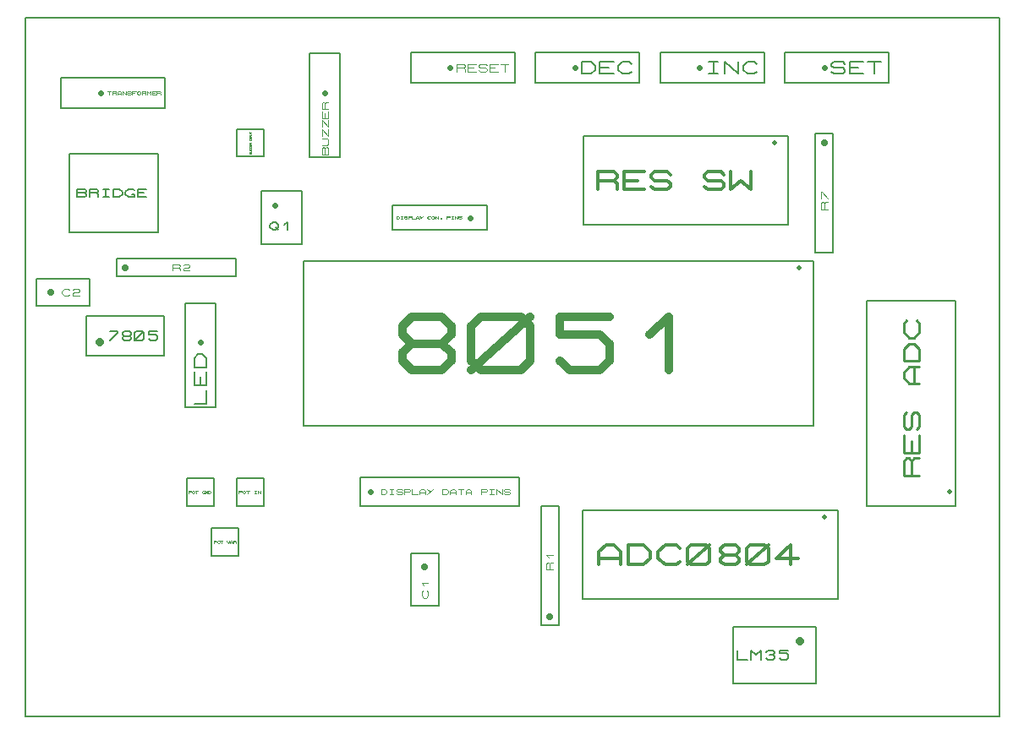
<source format=gbr>
G04 PROTEUS GERBER X2 FILE*
%TF.GenerationSoftware,Labcenter,Proteus,8.12-SP0-Build30713*%
%TF.CreationDate,2021-06-08T09:13:02+00:00*%
%TF.FileFunction,AssemblyDrawing,Top*%
%TF.FilePolarity,Positive*%
%TF.Part,Single*%
%TF.SameCoordinates,{86e273a1-3906-477b-930b-e3e2f8447d5b}*%
%FSLAX45Y45*%
%MOMM*%
G01*
%TA.AperFunction,Material*%
%ADD71C,0.152400*%
%ADD29C,0.609600*%
%ADD72C,0.054950*%
%TA.AperFunction,Profile*%
%ADD19C,0.203200*%
%TA.AperFunction,Material*%
%ADD20C,0.203200*%
%ADD73C,0.134190*%
%ADD30C,0.711200*%
%ADD31C,0.111760*%
%ADD32C,0.812800*%
%ADD33C,0.146050*%
%ADD34C,0.110230*%
%ADD35C,0.201500*%
%ADD70C,0.508000*%
%ADD36C,0.879510*%
%ADD37C,0.127000*%
%ADD38C,0.100750*%
%ADD39C,0.021160*%
%ADD40C,0.328180*%
%ADD41C,0.255610*%
%ADD42C,0.296540*%
%ADD43C,0.120900*%
%ADD44C,0.036280*%
%ADD45C,0.042330*%
%ADD46C,0.149220*%
%ADD47C,0.558800*%
%ADD48C,0.085560*%
%ADD49C,0.043190*%
%TD.AperFunction*%
D71*
X-13643700Y+10152400D02*
X-13643700Y+9847600D01*
X-12602300Y+9847600D01*
X-12602300Y+10152400D01*
X-13643700Y+10152400D01*
X-13643700Y+9847600D01*
X-12602300Y+9847600D01*
X-12602300Y+10152400D01*
X-13643700Y+10152400D01*
D29*
X-13250000Y+10000000D02*
X-13250000Y+10000000D01*
D72*
X-13179130Y+10016486D02*
X-13142035Y+10016486D01*
X-13160583Y+10016486D02*
X-13160583Y+9983513D01*
X-13129670Y+9983513D02*
X-13129670Y+10016486D01*
X-13098758Y+10016486D01*
X-13092575Y+10010991D01*
X-13092575Y+10005495D01*
X-13098758Y+10000000D01*
X-13129670Y+10000000D01*
X-13098758Y+10000000D02*
X-13092575Y+9994504D01*
X-13092575Y+9983513D01*
X-13080210Y+9983513D02*
X-13080210Y+10005495D01*
X-13067845Y+10016486D01*
X-13055480Y+10016486D01*
X-13043115Y+10005495D01*
X-13043115Y+9983513D01*
X-13080210Y+9994504D02*
X-13043115Y+9994504D01*
X-13030750Y+9983513D02*
X-13030750Y+10016486D01*
X-12993655Y+9983513D01*
X-12993655Y+10016486D01*
X-12981290Y+9989008D02*
X-12975108Y+9983513D01*
X-12950378Y+9983513D01*
X-12944195Y+9989008D01*
X-12944195Y+9994504D01*
X-12950378Y+10000000D01*
X-12975108Y+10000000D01*
X-12981290Y+10005495D01*
X-12981290Y+10010991D01*
X-12975108Y+10016486D01*
X-12950378Y+10016486D01*
X-12944195Y+10010991D01*
X-12931830Y+9983513D02*
X-12931830Y+10016486D01*
X-12894735Y+10016486D01*
X-12931830Y+10000000D02*
X-12907100Y+10000000D01*
X-12882370Y+10005495D02*
X-12870005Y+10016486D01*
X-12857640Y+10016486D01*
X-12845275Y+10005495D01*
X-12845275Y+9994504D01*
X-12857640Y+9983513D01*
X-12870005Y+9983513D01*
X-12882370Y+9994504D01*
X-12882370Y+10005495D01*
X-12832910Y+9983513D02*
X-12832910Y+10016486D01*
X-12801998Y+10016486D01*
X-12795815Y+10010991D01*
X-12795815Y+10005495D01*
X-12801998Y+10000000D01*
X-12832910Y+10000000D01*
X-12801998Y+10000000D02*
X-12795815Y+9994504D01*
X-12795815Y+9983513D01*
X-12783450Y+9983513D02*
X-12783450Y+10016486D01*
X-12764903Y+10000000D01*
X-12746355Y+10016486D01*
X-12746355Y+9983513D01*
X-12696895Y+9983513D02*
X-12733990Y+9983513D01*
X-12733990Y+10016486D01*
X-12696895Y+10016486D01*
X-12733990Y+10000000D02*
X-12709260Y+10000000D01*
X-12684530Y+9983513D02*
X-12684530Y+10016486D01*
X-12653618Y+10016486D01*
X-12647435Y+10010991D01*
X-12647435Y+10005495D01*
X-12653618Y+10000000D01*
X-12684530Y+10000000D01*
X-12653618Y+10000000D02*
X-12647435Y+9994504D01*
X-12647435Y+9983513D01*
D19*
X-14000000Y+3750000D02*
X-4250000Y+3750000D01*
X-4250000Y+10750000D01*
X-14000000Y+10750000D01*
X-14000000Y+3750000D01*
D20*
X-13563500Y+8604840D02*
X-12674500Y+8604840D01*
X-12674500Y+9387160D01*
X-13563500Y+9387160D01*
X-13563500Y+8604840D01*
D73*
X-13481328Y+8955741D02*
X-13481328Y+9036258D01*
X-13405843Y+9036258D01*
X-13390746Y+9022839D01*
X-13390746Y+9009419D01*
X-13405843Y+8996000D01*
X-13390746Y+8982580D01*
X-13390746Y+8969160D01*
X-13405843Y+8955741D01*
X-13481328Y+8955741D01*
X-13481328Y+8996000D02*
X-13405843Y+8996000D01*
X-13360552Y+8955741D02*
X-13360552Y+9036258D01*
X-13285067Y+9036258D01*
X-13269970Y+9022839D01*
X-13269970Y+9009419D01*
X-13285067Y+8996000D01*
X-13360552Y+8996000D01*
X-13285067Y+8996000D02*
X-13269970Y+8982580D01*
X-13269970Y+8955741D01*
X-13224679Y+9036258D02*
X-13164291Y+9036258D01*
X-13194485Y+9036258D02*
X-13194485Y+8955741D01*
X-13224679Y+8955741D02*
X-13164291Y+8955741D01*
X-13119000Y+8955741D02*
X-13119000Y+9036258D01*
X-13058612Y+9036258D01*
X-13028418Y+9009419D01*
X-13028418Y+8982580D01*
X-13058612Y+8955741D01*
X-13119000Y+8955741D01*
X-12937836Y+8982580D02*
X-12907642Y+8982580D01*
X-12907642Y+8955741D01*
X-12968030Y+8955741D01*
X-12998224Y+8982580D01*
X-12998224Y+9009419D01*
X-12968030Y+9036258D01*
X-12922739Y+9036258D01*
X-12907642Y+9022839D01*
X-12786866Y+8955741D02*
X-12877448Y+8955741D01*
X-12877448Y+9036258D01*
X-12786866Y+9036258D01*
X-12877448Y+8996000D02*
X-12817060Y+8996000D01*
D20*
X-13887160Y+7862840D02*
X-13358840Y+7862840D01*
X-13358840Y+8137160D01*
X-13887160Y+8137160D01*
X-13887160Y+7862840D01*
D30*
X-13750000Y+8000000D02*
X-13750000Y+8000000D01*
D31*
X-13561786Y+7977648D02*
X-13574359Y+7966472D01*
X-13612078Y+7966472D01*
X-13637224Y+7988824D01*
X-13637224Y+8011176D01*
X-13612078Y+8033528D01*
X-13574359Y+8033528D01*
X-13561786Y+8022352D01*
X-13524067Y+8022352D02*
X-13511494Y+8033528D01*
X-13473775Y+8033528D01*
X-13461202Y+8022352D01*
X-13461202Y+8011176D01*
X-13473775Y+8000000D01*
X-13511494Y+8000000D01*
X-13524067Y+7988824D01*
X-13524067Y+7966472D01*
X-13461202Y+7966472D01*
D20*
X-13391160Y+7362840D02*
X-12608840Y+7362840D01*
X-12608840Y+7764160D01*
X-13391160Y+7764160D01*
X-13391160Y+7362840D01*
D32*
X-13254000Y+7500000D02*
X-13254000Y+7500000D01*
D33*
X-13157560Y+7607315D02*
X-13075407Y+7607315D01*
X-13075407Y+7592710D01*
X-13157560Y+7519685D01*
X-13009684Y+7563500D02*
X-13026115Y+7578105D01*
X-13026115Y+7592710D01*
X-13009684Y+7607315D01*
X-12960392Y+7607315D01*
X-12943962Y+7592710D01*
X-12943962Y+7578105D01*
X-12960392Y+7563500D01*
X-13009684Y+7563500D01*
X-13026115Y+7548895D01*
X-13026115Y+7534290D01*
X-13009684Y+7519685D01*
X-12960392Y+7519685D01*
X-12943962Y+7534290D01*
X-12943962Y+7548895D01*
X-12960392Y+7563500D01*
X-12911100Y+7534290D02*
X-12911100Y+7592710D01*
X-12894670Y+7607315D01*
X-12828947Y+7607315D01*
X-12812517Y+7592710D01*
X-12812517Y+7534290D01*
X-12828947Y+7519685D01*
X-12894670Y+7519685D01*
X-12911100Y+7534290D01*
X-12911100Y+7519685D02*
X-12812517Y+7607315D01*
X-12681072Y+7607315D02*
X-12763225Y+7607315D01*
X-12763225Y+7578105D01*
X-12697502Y+7578105D01*
X-12681072Y+7563500D01*
X-12681072Y+7534290D01*
X-12697502Y+7519685D01*
X-12746794Y+7519685D01*
X-12763225Y+7534290D01*
D20*
X-13088900Y+8161100D02*
X-11895100Y+8161100D01*
X-11895100Y+8338900D01*
X-13088900Y+8338900D01*
X-13088900Y+8161100D01*
D30*
X-13000000Y+8250000D02*
X-13000000Y+8250000D01*
D34*
X-12528982Y+8216929D02*
X-12528982Y+8283070D01*
X-12466975Y+8283070D01*
X-12454573Y+8272047D01*
X-12454573Y+8261023D01*
X-12466975Y+8250000D01*
X-12528982Y+8250000D01*
X-12466975Y+8250000D02*
X-12454573Y+8238976D01*
X-12454573Y+8216929D01*
X-12417369Y+8272047D02*
X-12404967Y+8283070D01*
X-12367763Y+8283070D01*
X-12355361Y+8272047D01*
X-12355361Y+8261023D01*
X-12367763Y+8250000D01*
X-12404967Y+8250000D01*
X-12417369Y+8238976D01*
X-12417369Y+8216929D01*
X-12355361Y+8216929D01*
D71*
X-12097600Y+7893700D02*
X-12402400Y+7893700D01*
X-12402400Y+6852300D01*
X-12097600Y+6852300D01*
X-12097600Y+7893700D01*
X-12402400Y+7893700D01*
X-12402400Y+6852300D01*
X-12097600Y+6852300D01*
X-12097600Y+7893700D01*
D29*
X-12250000Y+7500000D02*
X-12250000Y+7500000D01*
D35*
X-12310451Y+6885068D02*
X-12189548Y+6885068D01*
X-12189548Y+7021084D01*
X-12189548Y+7202439D02*
X-12189548Y+7066423D01*
X-12310451Y+7066423D01*
X-12310451Y+7202439D01*
X-12250000Y+7066423D02*
X-12250000Y+7157100D01*
X-12189548Y+7247778D02*
X-12310451Y+7247778D01*
X-12310451Y+7338455D01*
X-12270150Y+7383794D01*
X-12229849Y+7383794D01*
X-12189548Y+7338455D01*
X-12189548Y+7247778D01*
D20*
X-11213160Y+6662500D02*
X-6112840Y+6662500D01*
X-6112840Y+8313500D01*
X-11213160Y+8313500D01*
X-11213160Y+6662500D01*
D70*
X-6250000Y+8250000D02*
X-6250000Y+8250000D01*
D36*
X-10129519Y+7488000D02*
X-10228465Y+7575952D01*
X-10228465Y+7663903D01*
X-10129519Y+7751855D01*
X-9832682Y+7751855D01*
X-9733737Y+7663903D01*
X-9733737Y+7575952D01*
X-9832682Y+7488000D01*
X-10129519Y+7488000D01*
X-10228465Y+7400048D01*
X-10228465Y+7312097D01*
X-10129519Y+7224145D01*
X-9832682Y+7224145D01*
X-9733737Y+7312097D01*
X-9733737Y+7400048D01*
X-9832682Y+7488000D01*
X-9535845Y+7312097D02*
X-9535845Y+7663903D01*
X-9436900Y+7751855D01*
X-9041117Y+7751855D01*
X-8942172Y+7663903D01*
X-8942172Y+7312097D01*
X-9041117Y+7224145D01*
X-9436900Y+7224145D01*
X-9535845Y+7312097D01*
X-9535845Y+7224145D02*
X-8942172Y+7751855D01*
X-8150607Y+7751855D02*
X-8645335Y+7751855D01*
X-8645335Y+7575952D01*
X-8249552Y+7575952D01*
X-8150607Y+7488000D01*
X-8150607Y+7312097D01*
X-8249552Y+7224145D01*
X-8546389Y+7224145D01*
X-8645335Y+7312097D01*
X-7754824Y+7575952D02*
X-7556933Y+7751855D01*
X-7556933Y+7224145D01*
D20*
X-11637160Y+8485840D02*
X-11235840Y+8485840D01*
X-11235840Y+9014160D01*
X-11637160Y+9014160D01*
X-11637160Y+8485840D01*
D29*
X-11500000Y+8877000D02*
X-11500000Y+8877000D01*
D37*
X-11550800Y+8678880D02*
X-11522225Y+8704280D01*
X-11493650Y+8704280D01*
X-11465075Y+8678880D01*
X-11465075Y+8653480D01*
X-11493650Y+8628080D01*
X-11522225Y+8628080D01*
X-11550800Y+8653480D01*
X-11550800Y+8678880D01*
X-11493650Y+8653480D02*
X-11465075Y+8628080D01*
X-11407925Y+8678880D02*
X-11379350Y+8704280D01*
X-11379350Y+8628080D01*
D71*
X-10847600Y+10393700D02*
X-11152400Y+10393700D01*
X-11152400Y+9352300D01*
X-10847600Y+9352300D01*
X-10847600Y+10393700D01*
X-11152400Y+10393700D01*
X-11152400Y+9352300D01*
X-10847600Y+9352300D01*
X-10847600Y+10393700D01*
D29*
X-11000000Y+10000000D02*
X-11000000Y+10000000D01*
D38*
X-10969774Y+9385069D02*
X-11030226Y+9385069D01*
X-11030226Y+9441742D01*
X-11020151Y+9453076D01*
X-11010075Y+9453076D01*
X-11000000Y+9441742D01*
X-10989925Y+9453076D01*
X-10979849Y+9453076D01*
X-10969774Y+9441742D01*
X-10969774Y+9385069D01*
X-11000000Y+9385069D02*
X-11000000Y+9441742D01*
X-11030226Y+9475746D02*
X-10979849Y+9475746D01*
X-10969774Y+9487080D01*
X-10969774Y+9532419D01*
X-10979849Y+9543753D01*
X-11030226Y+9543753D01*
X-11030226Y+9566423D02*
X-11030226Y+9634430D01*
X-10969774Y+9566423D01*
X-10969774Y+9634430D01*
X-11030226Y+9657100D02*
X-11030226Y+9725107D01*
X-10969774Y+9657100D01*
X-10969774Y+9725107D01*
X-10969774Y+9815784D02*
X-10969774Y+9747777D01*
X-11030226Y+9747777D01*
X-11030226Y+9815784D01*
X-11000000Y+9747777D02*
X-11000000Y+9793115D01*
X-10969774Y+9838454D02*
X-11030226Y+9838454D01*
X-11030226Y+9895127D01*
X-11020151Y+9906461D01*
X-11010075Y+9906461D01*
X-11000000Y+9895127D01*
X-11000000Y+9838454D01*
X-11000000Y+9895127D02*
X-10989925Y+9906461D01*
X-10969774Y+9906461D01*
D20*
X-11887160Y+9362840D02*
X-11612840Y+9362840D01*
X-11612840Y+9637160D01*
X-11887160Y+9637160D01*
X-11887160Y+9362840D01*
D39*
X-11743650Y+9385706D02*
X-11756349Y+9385706D01*
X-11756349Y+9397611D01*
X-11754233Y+9399992D01*
X-11752116Y+9399992D01*
X-11750000Y+9397611D01*
X-11747883Y+9399992D01*
X-11745766Y+9399992D01*
X-11743650Y+9397611D01*
X-11743650Y+9385706D01*
X-11750000Y+9385706D02*
X-11750000Y+9397611D01*
X-11756349Y+9404755D02*
X-11745766Y+9404755D01*
X-11743650Y+9407136D01*
X-11743650Y+9416660D01*
X-11745766Y+9419041D01*
X-11756349Y+9419041D01*
X-11756349Y+9423804D02*
X-11756349Y+9438090D01*
X-11743650Y+9423804D01*
X-11743650Y+9438090D01*
X-11756349Y+9442853D02*
X-11756349Y+9457139D01*
X-11743650Y+9442853D01*
X-11743650Y+9457139D01*
X-11743650Y+9476188D02*
X-11743650Y+9461902D01*
X-11756349Y+9461902D01*
X-11756349Y+9476188D01*
X-11750000Y+9461902D02*
X-11750000Y+9471426D01*
X-11743650Y+9480951D02*
X-11756349Y+9480951D01*
X-11756349Y+9492856D01*
X-11754233Y+9495237D01*
X-11752116Y+9495237D01*
X-11750000Y+9492856D01*
X-11750000Y+9480951D01*
X-11750000Y+9492856D02*
X-11747883Y+9495237D01*
X-11743650Y+9495237D01*
X-11756349Y+9521430D02*
X-11756349Y+9530954D01*
X-11756349Y+9526192D02*
X-11743650Y+9526192D01*
X-11743650Y+9521430D02*
X-11743650Y+9530954D01*
X-11743650Y+9538098D02*
X-11756349Y+9538098D01*
X-11743650Y+9552384D01*
X-11756349Y+9552384D01*
X-11743650Y+9557147D02*
X-11756349Y+9557147D01*
X-11756349Y+9569052D01*
X-11754233Y+9571433D01*
X-11752116Y+9571433D01*
X-11750000Y+9569052D01*
X-11750000Y+9557147D01*
X-11756349Y+9576196D02*
X-11745766Y+9576196D01*
X-11743650Y+9578577D01*
X-11743650Y+9588101D01*
X-11745766Y+9590482D01*
X-11756349Y+9590482D01*
X-11756349Y+9595245D02*
X-11756349Y+9609531D01*
X-11756349Y+9602388D02*
X-11743650Y+9602388D01*
D20*
X-8423160Y+4924500D02*
X-5862840Y+4924500D01*
X-5862840Y+5813500D01*
X-8423160Y+5813500D01*
X-8423160Y+4924500D01*
D70*
X-6000000Y+5750000D02*
X-6000000Y+5750000D01*
D40*
X-8258057Y+5270544D02*
X-8258057Y+5401818D01*
X-8184216Y+5467455D01*
X-8110375Y+5467455D01*
X-8036534Y+5401818D01*
X-8036534Y+5270544D01*
X-8258057Y+5336181D02*
X-8036534Y+5336181D01*
X-7962692Y+5270544D02*
X-7962692Y+5467455D01*
X-7815010Y+5467455D01*
X-7741169Y+5401818D01*
X-7741169Y+5336181D01*
X-7815010Y+5270544D01*
X-7962692Y+5270544D01*
X-7445804Y+5303363D02*
X-7482724Y+5270544D01*
X-7593486Y+5270544D01*
X-7667327Y+5336181D01*
X-7667327Y+5401818D01*
X-7593486Y+5467455D01*
X-7482724Y+5467455D01*
X-7445804Y+5434636D01*
X-7371962Y+5303363D02*
X-7371962Y+5434636D01*
X-7335042Y+5467455D01*
X-7187359Y+5467455D01*
X-7150439Y+5434636D01*
X-7150439Y+5303363D01*
X-7187359Y+5270544D01*
X-7335042Y+5270544D01*
X-7371962Y+5303363D01*
X-7371962Y+5270544D02*
X-7150439Y+5467455D01*
X-7002756Y+5369000D02*
X-7039677Y+5401818D01*
X-7039677Y+5434636D01*
X-7002756Y+5467455D01*
X-6891994Y+5467455D01*
X-6855074Y+5434636D01*
X-6855074Y+5401818D01*
X-6891994Y+5369000D01*
X-7002756Y+5369000D01*
X-7039677Y+5336181D01*
X-7039677Y+5303363D01*
X-7002756Y+5270544D01*
X-6891994Y+5270544D01*
X-6855074Y+5303363D01*
X-6855074Y+5336181D01*
X-6891994Y+5369000D01*
X-6781232Y+5303363D02*
X-6781232Y+5434636D01*
X-6744312Y+5467455D01*
X-6596629Y+5467455D01*
X-6559709Y+5434636D01*
X-6559709Y+5303363D01*
X-6596629Y+5270544D01*
X-6744312Y+5270544D01*
X-6781232Y+5303363D01*
X-6781232Y+5270544D02*
X-6559709Y+5467455D01*
X-6264344Y+5336181D02*
X-6485867Y+5336181D01*
X-6338185Y+5467455D01*
X-6338185Y+5270544D01*
D20*
X-5575500Y+5862840D02*
X-4686500Y+5862840D01*
X-4686500Y+7915160D01*
X-5575500Y+7915160D01*
X-5575500Y+5862840D01*
D70*
X-4750000Y+6000000D02*
X-4750000Y+6000000D01*
D41*
X-5054316Y+6165105D02*
X-5207683Y+6165105D01*
X-5207683Y+6308886D01*
X-5182122Y+6337642D01*
X-5156561Y+6337642D01*
X-5131000Y+6308886D01*
X-5131000Y+6165105D01*
X-5131000Y+6308886D02*
X-5105438Y+6337642D01*
X-5054316Y+6337642D01*
X-5054316Y+6567692D02*
X-5054316Y+6395155D01*
X-5207683Y+6395155D01*
X-5207683Y+6567692D01*
X-5131000Y+6395155D02*
X-5131000Y+6510180D01*
X-5079877Y+6625205D02*
X-5054316Y+6653961D01*
X-5054316Y+6768986D01*
X-5079877Y+6797742D01*
X-5105438Y+6797742D01*
X-5131000Y+6768986D01*
X-5131000Y+6653961D01*
X-5156561Y+6625205D01*
X-5182122Y+6625205D01*
X-5207683Y+6653961D01*
X-5207683Y+6768986D01*
X-5182122Y+6797742D01*
X-5054316Y+7085305D02*
X-5156561Y+7085305D01*
X-5207683Y+7142817D01*
X-5207683Y+7200330D01*
X-5156561Y+7257842D01*
X-5054316Y+7257842D01*
X-5105438Y+7085305D02*
X-5105438Y+7257842D01*
X-5054316Y+7315355D02*
X-5207683Y+7315355D01*
X-5207683Y+7430380D01*
X-5156561Y+7487892D01*
X-5105438Y+7487892D01*
X-5054316Y+7430380D01*
X-5054316Y+7315355D01*
X-5079877Y+7717942D02*
X-5054316Y+7689186D01*
X-5054316Y+7602917D01*
X-5105438Y+7545405D01*
X-5156561Y+7545405D01*
X-5207683Y+7602917D01*
X-5207683Y+7689186D01*
X-5182122Y+7717942D01*
D20*
X-8415160Y+8674500D02*
X-6362840Y+8674500D01*
X-6362840Y+9563500D01*
X-8415160Y+9563500D01*
X-8415160Y+8674500D01*
D70*
X-6500000Y+9500000D02*
X-6500000Y+9500000D01*
D42*
X-8270950Y+9030037D02*
X-8270950Y+9207964D01*
X-8104144Y+9207964D01*
X-8070783Y+9178309D01*
X-8070783Y+9148655D01*
X-8104144Y+9119000D01*
X-8270950Y+9119000D01*
X-8104144Y+9119000D02*
X-8070783Y+9089346D01*
X-8070783Y+9030037D01*
X-7803893Y+9030037D02*
X-8004060Y+9030037D01*
X-8004060Y+9207964D01*
X-7803893Y+9207964D01*
X-8004060Y+9119000D02*
X-7870615Y+9119000D01*
X-7737170Y+9059691D02*
X-7703809Y+9030037D01*
X-7570364Y+9030037D01*
X-7537003Y+9059691D01*
X-7537003Y+9089346D01*
X-7570364Y+9119000D01*
X-7703809Y+9119000D01*
X-7737170Y+9148655D01*
X-7737170Y+9178309D01*
X-7703809Y+9207964D01*
X-7570364Y+9207964D01*
X-7537003Y+9178309D01*
X-7203390Y+9059691D02*
X-7170029Y+9030037D01*
X-7036584Y+9030037D01*
X-7003223Y+9059691D01*
X-7003223Y+9089346D01*
X-7036584Y+9119000D01*
X-7170029Y+9119000D01*
X-7203390Y+9148655D01*
X-7203390Y+9178309D01*
X-7170029Y+9207964D01*
X-7036584Y+9207964D01*
X-7003223Y+9178309D01*
X-6936500Y+9207964D02*
X-6936500Y+9030037D01*
X-6836417Y+9119000D01*
X-6736333Y+9030037D01*
X-6736333Y+9207964D01*
D71*
X-6393700Y+10402400D02*
X-6393700Y+10097600D01*
X-5352300Y+10097600D01*
X-5352300Y+10402400D01*
X-6393700Y+10402400D01*
X-6393700Y+10097600D01*
X-5352300Y+10097600D01*
X-5352300Y+10402400D01*
X-6393700Y+10402400D01*
D29*
X-6000000Y+10250000D02*
X-6000000Y+10250000D01*
D35*
X-5929132Y+10209698D02*
X-5906463Y+10189548D01*
X-5815786Y+10189548D01*
X-5793116Y+10209698D01*
X-5793116Y+10229849D01*
X-5815786Y+10250000D01*
X-5906463Y+10250000D01*
X-5929132Y+10270150D01*
X-5929132Y+10290301D01*
X-5906463Y+10310451D01*
X-5815786Y+10310451D01*
X-5793116Y+10290301D01*
X-5611761Y+10189548D02*
X-5747777Y+10189548D01*
X-5747777Y+10310451D01*
X-5611761Y+10310451D01*
X-5747777Y+10250000D02*
X-5657100Y+10250000D01*
X-5566422Y+10310451D02*
X-5430406Y+10310451D01*
X-5498414Y+10310451D02*
X-5498414Y+10189548D01*
D71*
X-7643700Y+10402400D02*
X-7643700Y+10097600D01*
X-6602300Y+10097600D01*
X-6602300Y+10402400D01*
X-7643700Y+10402400D01*
X-7643700Y+10097600D01*
X-6602300Y+10097600D01*
X-6602300Y+10402400D01*
X-7643700Y+10402400D01*
D29*
X-7250000Y+10250000D02*
X-7250000Y+10250000D01*
D35*
X-7156463Y+10310451D02*
X-7065786Y+10310451D01*
X-7111124Y+10310451D02*
X-7111124Y+10189548D01*
X-7156463Y+10189548D02*
X-7065786Y+10189548D01*
X-6997777Y+10189548D02*
X-6997777Y+10310451D01*
X-6861761Y+10189548D01*
X-6861761Y+10310451D01*
X-6680406Y+10209698D02*
X-6703076Y+10189548D01*
X-6771084Y+10189548D01*
X-6816422Y+10229849D01*
X-6816422Y+10270150D01*
X-6771084Y+10310451D01*
X-6703076Y+10310451D01*
X-6680406Y+10290301D01*
D71*
X-8893700Y+10402400D02*
X-8893700Y+10097600D01*
X-7852300Y+10097600D01*
X-7852300Y+10402400D01*
X-8893700Y+10402400D01*
X-8893700Y+10097600D01*
X-7852300Y+10097600D01*
X-7852300Y+10402400D01*
X-8893700Y+10402400D01*
D29*
X-8500000Y+10250000D02*
X-8500000Y+10250000D01*
D35*
X-8429132Y+10189548D02*
X-8429132Y+10310451D01*
X-8338455Y+10310451D01*
X-8293116Y+10270150D01*
X-8293116Y+10229849D01*
X-8338455Y+10189548D01*
X-8429132Y+10189548D01*
X-8111761Y+10189548D02*
X-8247777Y+10189548D01*
X-8247777Y+10310451D01*
X-8111761Y+10310451D01*
X-8247777Y+10250000D02*
X-8157100Y+10250000D01*
X-7930406Y+10209698D02*
X-7953076Y+10189548D01*
X-8021084Y+10189548D01*
X-8066422Y+10229849D01*
X-8066422Y+10270150D01*
X-8021084Y+10310451D01*
X-7953076Y+10310451D01*
X-7930406Y+10290301D01*
D71*
X-10143700Y+10402400D02*
X-10143700Y+10097600D01*
X-9102300Y+10097600D01*
X-9102300Y+10402400D01*
X-10143700Y+10402400D01*
X-10143700Y+10097600D01*
X-9102300Y+10097600D01*
X-9102300Y+10402400D01*
X-10143700Y+10402400D01*
D29*
X-9750000Y+10250000D02*
X-9750000Y+10250000D01*
D43*
X-9679132Y+10213728D02*
X-9679132Y+10286271D01*
X-9611124Y+10286271D01*
X-9597523Y+10274180D01*
X-9597523Y+10262090D01*
X-9611124Y+10250000D01*
X-9679132Y+10250000D01*
X-9611124Y+10250000D02*
X-9597523Y+10237909D01*
X-9597523Y+10213728D01*
X-9488710Y+10213728D02*
X-9570319Y+10213728D01*
X-9570319Y+10286271D01*
X-9488710Y+10286271D01*
X-9570319Y+10250000D02*
X-9515913Y+10250000D01*
X-9461506Y+10225819D02*
X-9447905Y+10213728D01*
X-9393498Y+10213728D01*
X-9379897Y+10225819D01*
X-9379897Y+10237909D01*
X-9393498Y+10250000D01*
X-9447905Y+10250000D01*
X-9461506Y+10262090D01*
X-9461506Y+10274180D01*
X-9447905Y+10286271D01*
X-9393498Y+10286271D01*
X-9379897Y+10274180D01*
X-9271084Y+10213728D02*
X-9352693Y+10213728D01*
X-9352693Y+10286271D01*
X-9271084Y+10286271D01*
X-9352693Y+10250000D02*
X-9298287Y+10250000D01*
X-9243880Y+10286271D02*
X-9162271Y+10286271D01*
X-9203076Y+10286271D02*
X-9203076Y+10213728D01*
D20*
X-8838900Y+4661100D02*
X-8661100Y+4661100D01*
X-8661100Y+5854900D01*
X-8838900Y+5854900D01*
X-8838900Y+4661100D01*
D30*
X-8750000Y+4750000D02*
X-8750000Y+4750000D01*
D34*
X-8716929Y+5221018D02*
X-8783070Y+5221018D01*
X-8783070Y+5283025D01*
X-8772047Y+5295427D01*
X-8761023Y+5295427D01*
X-8750000Y+5283025D01*
X-8750000Y+5221018D01*
X-8750000Y+5283025D02*
X-8738976Y+5295427D01*
X-8716929Y+5295427D01*
X-8761023Y+5345033D02*
X-8783070Y+5369836D01*
X-8716929Y+5369836D01*
D20*
X-10137160Y+4858840D02*
X-9862840Y+4858840D01*
X-9862840Y+5387160D01*
X-10137160Y+5387160D01*
X-10137160Y+4858840D01*
D30*
X-10000000Y+5250000D02*
X-10000000Y+5250000D01*
D31*
X-9977648Y+5011494D02*
X-9966472Y+4998921D01*
X-9966472Y+4961202D01*
X-9988824Y+4936056D01*
X-10011176Y+4936056D01*
X-10033528Y+4961202D01*
X-10033528Y+4998921D01*
X-10022352Y+5011494D01*
X-10011176Y+5061786D02*
X-10033528Y+5086932D01*
X-9966472Y+5086932D01*
D20*
X-12387160Y+5862840D02*
X-12112840Y+5862840D01*
X-12112840Y+6137160D01*
X-12387160Y+6137160D01*
X-12387160Y+5862840D01*
D44*
X-12364296Y+5989115D02*
X-12364296Y+6010886D01*
X-12343886Y+6010886D01*
X-12339804Y+6007257D01*
X-12339804Y+6003629D01*
X-12343886Y+6000000D01*
X-12364296Y+6000000D01*
X-12331640Y+6003629D02*
X-12323476Y+6010886D01*
X-12315312Y+6010886D01*
X-12307148Y+6003629D01*
X-12307148Y+5996372D01*
X-12315312Y+5989115D01*
X-12323476Y+5989115D01*
X-12331640Y+5996372D01*
X-12331640Y+6003629D01*
X-12298984Y+6010886D02*
X-12274492Y+6010886D01*
X-12286738Y+6010886D02*
X-12286738Y+5989115D01*
X-12217344Y+5996372D02*
X-12209180Y+5996372D01*
X-12209180Y+5989115D01*
X-12225508Y+5989115D01*
X-12233672Y+5996372D01*
X-12233672Y+6003629D01*
X-12225508Y+6010886D01*
X-12213262Y+6010886D01*
X-12209180Y+6007257D01*
X-12201016Y+5989115D02*
X-12201016Y+6010886D01*
X-12176524Y+5989115D01*
X-12176524Y+6010886D01*
X-12168360Y+5989115D02*
X-12168360Y+6010886D01*
X-12152032Y+6010886D01*
X-12143868Y+6003629D01*
X-12143868Y+5996372D01*
X-12152032Y+5989115D01*
X-12168360Y+5989115D01*
D20*
X-12137160Y+5362840D02*
X-11862840Y+5362840D01*
X-11862840Y+5637160D01*
X-12137160Y+5637160D01*
X-12137160Y+5362840D01*
D44*
X-12114296Y+5489115D02*
X-12114296Y+5510886D01*
X-12093886Y+5510886D01*
X-12089804Y+5507257D01*
X-12089804Y+5503629D01*
X-12093886Y+5500000D01*
X-12114296Y+5500000D01*
X-12081640Y+5503629D02*
X-12073476Y+5510886D01*
X-12065312Y+5510886D01*
X-12057148Y+5503629D01*
X-12057148Y+5496372D01*
X-12065312Y+5489115D01*
X-12073476Y+5489115D01*
X-12081640Y+5496372D01*
X-12081640Y+5503629D01*
X-12048984Y+5510886D02*
X-12024492Y+5510886D01*
X-12036738Y+5510886D02*
X-12036738Y+5489115D01*
X-11983672Y+5510886D02*
X-11983672Y+5500000D01*
X-11971426Y+5489115D01*
X-11959180Y+5500000D01*
X-11959180Y+5510886D01*
X-11951016Y+5489115D02*
X-11951016Y+5503629D01*
X-11942852Y+5510886D01*
X-11934688Y+5510886D01*
X-11926524Y+5503629D01*
X-11926524Y+5489115D01*
X-11951016Y+5496372D02*
X-11926524Y+5496372D01*
X-11918360Y+5489115D02*
X-11918360Y+5510886D01*
X-11897950Y+5510886D01*
X-11893868Y+5507257D01*
X-11893868Y+5503629D01*
X-11897950Y+5500000D01*
X-11918360Y+5500000D01*
X-11897950Y+5500000D02*
X-11893868Y+5496372D01*
X-11893868Y+5489115D01*
D20*
X-11887160Y+5862840D02*
X-11612840Y+5862840D01*
X-11612840Y+6137160D01*
X-11887160Y+6137160D01*
X-11887160Y+5862840D01*
D45*
X-11864297Y+5987300D02*
X-11864297Y+6012700D01*
X-11840486Y+6012700D01*
X-11835723Y+6008467D01*
X-11835723Y+6004233D01*
X-11840486Y+6000000D01*
X-11864297Y+6000000D01*
X-11826198Y+6004233D02*
X-11816674Y+6012700D01*
X-11807149Y+6012700D01*
X-11797624Y+6004233D01*
X-11797624Y+5995767D01*
X-11807149Y+5987300D01*
X-11816674Y+5987300D01*
X-11826198Y+5995767D01*
X-11826198Y+6004233D01*
X-11788099Y+6012700D02*
X-11759525Y+6012700D01*
X-11773812Y+6012700D02*
X-11773812Y+5987300D01*
X-11707139Y+6012700D02*
X-11688090Y+6012700D01*
X-11697614Y+6012700D02*
X-11697614Y+5987300D01*
X-11707139Y+5987300D02*
X-11688090Y+5987300D01*
X-11673802Y+5987300D02*
X-11673802Y+6012700D01*
X-11645228Y+5987300D01*
X-11645228Y+6012700D01*
D20*
X-6088900Y+8395100D02*
X-5911100Y+8395100D01*
X-5911100Y+9588900D01*
X-6088900Y+9588900D01*
X-6088900Y+8395100D01*
D30*
X-6000000Y+9500000D02*
X-6000000Y+9500000D01*
D34*
X-5966929Y+8830558D02*
X-6033070Y+8830558D01*
X-6033070Y+8892565D01*
X-6022047Y+8904967D01*
X-6011023Y+8904967D01*
X-6000000Y+8892565D01*
X-6000000Y+8830558D01*
X-6000000Y+8892565D02*
X-5988976Y+8904967D01*
X-5966929Y+8904967D01*
X-6033070Y+8942171D02*
X-6033070Y+9004179D01*
X-6022047Y+9004179D01*
X-5966929Y+8942171D01*
D20*
X-6916560Y+4083440D02*
X-6083440Y+4083440D01*
X-6083440Y+4649860D01*
X-6916560Y+4649860D01*
X-6916560Y+4083440D01*
D32*
X-6246000Y+4500000D02*
X-6246000Y+4500000D01*
D46*
X-6870204Y+4411418D02*
X-6870204Y+4321883D01*
X-6769478Y+4321883D01*
X-6735902Y+4321883D02*
X-6735902Y+4411418D01*
X-6685539Y+4366650D01*
X-6635176Y+4411418D01*
X-6635176Y+4321883D01*
X-6584813Y+4396495D02*
X-6568025Y+4411418D01*
X-6517662Y+4411418D01*
X-6500874Y+4396495D01*
X-6500874Y+4381573D01*
X-6517662Y+4366650D01*
X-6500874Y+4351728D01*
X-6500874Y+4336805D01*
X-6517662Y+4321883D01*
X-6568025Y+4321883D01*
X-6584813Y+4336805D01*
X-6551237Y+4366650D02*
X-6517662Y+4366650D01*
X-6366572Y+4411418D02*
X-6450511Y+4411418D01*
X-6450511Y+4381573D01*
X-6383360Y+4381573D01*
X-6366572Y+4366650D01*
X-6366572Y+4336805D01*
X-6383360Y+4321883D01*
X-6433723Y+4321883D01*
X-6450511Y+4336805D01*
D71*
X-9054750Y+5855220D02*
X-9054750Y+6144780D01*
X-10645250Y+6144780D01*
X-10645250Y+5855220D01*
X-9054750Y+5855220D01*
X-9054750Y+6144780D01*
X-10645250Y+6144780D01*
X-10645250Y+5855220D01*
X-9054750Y+5855220D01*
D47*
X-10550000Y+6000000D02*
X-10550000Y+6000000D01*
D48*
X-10439163Y+5974331D02*
X-10439163Y+6025670D01*
X-10400659Y+6025670D01*
X-10381407Y+6008557D01*
X-10381407Y+5991444D01*
X-10400659Y+5974331D01*
X-10439163Y+5974331D01*
X-10352529Y+6025670D02*
X-10314025Y+6025670D01*
X-10333277Y+6025670D02*
X-10333277Y+5974331D01*
X-10352529Y+5974331D02*
X-10314025Y+5974331D01*
X-10285147Y+5982887D02*
X-10275521Y+5974331D01*
X-10237017Y+5974331D01*
X-10227391Y+5982887D01*
X-10227391Y+5991444D01*
X-10237017Y+6000000D01*
X-10275521Y+6000000D01*
X-10285147Y+6008557D01*
X-10285147Y+6017113D01*
X-10275521Y+6025670D01*
X-10237017Y+6025670D01*
X-10227391Y+6017113D01*
X-10208139Y+5974331D02*
X-10208139Y+6025670D01*
X-10160009Y+6025670D01*
X-10150383Y+6017113D01*
X-10150383Y+6008557D01*
X-10160009Y+6000000D01*
X-10208139Y+6000000D01*
X-10131131Y+6025670D02*
X-10131131Y+5974331D01*
X-10073375Y+5974331D01*
X-10054123Y+5974331D02*
X-10054123Y+6008557D01*
X-10034871Y+6025670D01*
X-10015619Y+6025670D01*
X-9996367Y+6008557D01*
X-9996367Y+5974331D01*
X-10054123Y+5991444D02*
X-9996367Y+5991444D01*
X-9919359Y+6025670D02*
X-9977115Y+5974331D01*
X-9977115Y+6025670D02*
X-9948237Y+6000000D01*
X-9823099Y+5974331D02*
X-9823099Y+6025670D01*
X-9784595Y+6025670D01*
X-9765343Y+6008557D01*
X-9765343Y+5991444D01*
X-9784595Y+5974331D01*
X-9823099Y+5974331D01*
X-9746091Y+5974331D02*
X-9746091Y+6008557D01*
X-9726839Y+6025670D01*
X-9707587Y+6025670D01*
X-9688335Y+6008557D01*
X-9688335Y+5974331D01*
X-9746091Y+5991444D02*
X-9688335Y+5991444D01*
X-9669083Y+6025670D02*
X-9611327Y+6025670D01*
X-9640205Y+6025670D02*
X-9640205Y+5974331D01*
X-9592075Y+5974331D02*
X-9592075Y+6008557D01*
X-9572823Y+6025670D01*
X-9553571Y+6025670D01*
X-9534319Y+6008557D01*
X-9534319Y+5974331D01*
X-9592075Y+5991444D02*
X-9534319Y+5991444D01*
X-9438059Y+5974331D02*
X-9438059Y+6025670D01*
X-9389929Y+6025670D01*
X-9380303Y+6017113D01*
X-9380303Y+6008557D01*
X-9389929Y+6000000D01*
X-9438059Y+6000000D01*
X-9351425Y+6025670D02*
X-9312921Y+6025670D01*
X-9332173Y+6025670D02*
X-9332173Y+5974331D01*
X-9351425Y+5974331D02*
X-9312921Y+5974331D01*
X-9284043Y+5974331D02*
X-9284043Y+6025670D01*
X-9226287Y+5974331D01*
X-9226287Y+6025670D01*
X-9207035Y+5982887D02*
X-9197409Y+5974331D01*
X-9158905Y+5974331D01*
X-9149279Y+5982887D01*
X-9149279Y+5991444D01*
X-9158905Y+6000000D01*
X-9197409Y+6000000D01*
X-9207035Y+6008557D01*
X-9207035Y+6017113D01*
X-9197409Y+6025670D01*
X-9158905Y+6025670D01*
X-9149279Y+6017113D01*
D71*
X-9375020Y+8624600D02*
X-9375020Y+8876060D01*
X-10324980Y+8876060D01*
X-10324980Y+8624600D01*
X-9375020Y+8624600D01*
X-9375020Y+8876060D01*
X-10324980Y+8876060D01*
X-10324980Y+8624600D01*
X-9375020Y+8624600D01*
D47*
X-9550000Y+8750000D02*
X-9550000Y+8750000D01*
D49*
X-10285716Y+8737371D02*
X-10285716Y+8763288D01*
X-10266278Y+8763288D01*
X-10256559Y+8754649D01*
X-10256559Y+8746010D01*
X-10266278Y+8737371D01*
X-10285716Y+8737371D01*
X-10241981Y+8763288D02*
X-10222543Y+8763288D01*
X-10232262Y+8763288D02*
X-10232262Y+8737371D01*
X-10241981Y+8737371D02*
X-10222543Y+8737371D01*
X-10207964Y+8741690D02*
X-10203105Y+8737371D01*
X-10183667Y+8737371D01*
X-10178807Y+8741690D01*
X-10178807Y+8746010D01*
X-10183667Y+8750330D01*
X-10203105Y+8750330D01*
X-10207964Y+8754649D01*
X-10207964Y+8758969D01*
X-10203105Y+8763288D01*
X-10183667Y+8763288D01*
X-10178807Y+8758969D01*
X-10169088Y+8737371D02*
X-10169088Y+8763288D01*
X-10144791Y+8763288D01*
X-10139931Y+8758969D01*
X-10139931Y+8754649D01*
X-10144791Y+8750330D01*
X-10169088Y+8750330D01*
X-10130212Y+8763288D02*
X-10130212Y+8737371D01*
X-10101055Y+8737371D01*
X-10091336Y+8737371D02*
X-10091336Y+8754649D01*
X-10081617Y+8763288D01*
X-10071898Y+8763288D01*
X-10062179Y+8754649D01*
X-10062179Y+8737371D01*
X-10091336Y+8746010D02*
X-10062179Y+8746010D01*
X-10023303Y+8763288D02*
X-10052460Y+8737371D01*
X-10052460Y+8763288D02*
X-10037882Y+8750330D01*
X-9945551Y+8741690D02*
X-9950411Y+8737371D01*
X-9964989Y+8737371D01*
X-9974708Y+8746010D01*
X-9974708Y+8754649D01*
X-9964989Y+8763288D01*
X-9950411Y+8763288D01*
X-9945551Y+8758969D01*
X-9935832Y+8754649D02*
X-9926113Y+8763288D01*
X-9916394Y+8763288D01*
X-9906675Y+8754649D01*
X-9906675Y+8746010D01*
X-9916394Y+8737371D01*
X-9926113Y+8737371D01*
X-9935832Y+8746010D01*
X-9935832Y+8754649D01*
X-9896956Y+8737371D02*
X-9896956Y+8763288D01*
X-9867799Y+8737371D01*
X-9867799Y+8763288D01*
X-9843502Y+8741690D02*
X-9838642Y+8741690D01*
X-9838642Y+8737371D01*
X-9843502Y+8737371D01*
X-9843502Y+8741690D01*
X-9780328Y+8737371D02*
X-9780328Y+8763288D01*
X-9756031Y+8763288D01*
X-9751171Y+8758969D01*
X-9751171Y+8754649D01*
X-9756031Y+8750330D01*
X-9780328Y+8750330D01*
X-9736593Y+8763288D02*
X-9717155Y+8763288D01*
X-9726874Y+8763288D02*
X-9726874Y+8737371D01*
X-9736593Y+8737371D02*
X-9717155Y+8737371D01*
X-9702576Y+8737371D02*
X-9702576Y+8763288D01*
X-9673419Y+8737371D01*
X-9673419Y+8763288D01*
X-9663700Y+8741690D02*
X-9658841Y+8737371D01*
X-9639403Y+8737371D01*
X-9634543Y+8741690D01*
X-9634543Y+8746010D01*
X-9639403Y+8750330D01*
X-9658841Y+8750330D01*
X-9663700Y+8754649D01*
X-9663700Y+8758969D01*
X-9658841Y+8763288D01*
X-9639403Y+8763288D01*
X-9634543Y+8758969D01*
M02*

</source>
